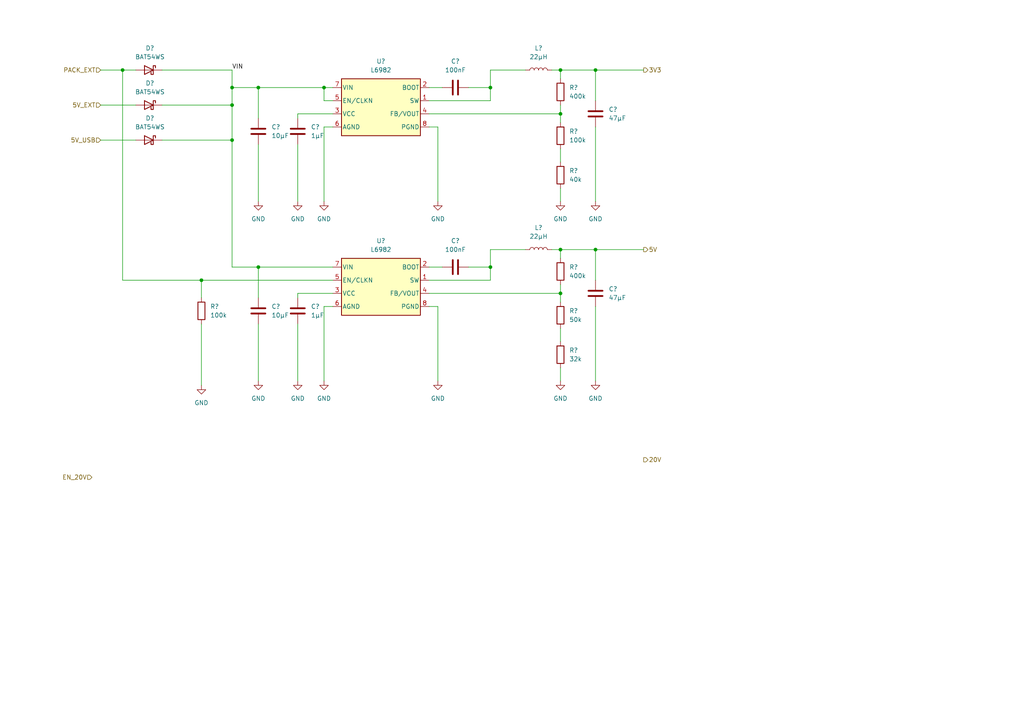
<source format=kicad_sch>
(kicad_sch (version 20211123) (generator eeschema)
  (paper "A4")
  (lib_symbols
    (symbol "Device:C" (pin_numbers hide) (pin_names (offset 0.254))
      (property "Reference" "C" (at 0.635 2.54 0))
      (property "Value" "C" (at 0.635 -2.54 0))
      (symbol "C_0_1"
        (polyline (pts (xy -2.032 -0.762) (xy 2.032 -0.762)) (stroke (width 0.508)))
        (polyline (pts (xy -2.032 0.762) (xy 2.032 0.762)) (stroke (width 0.508)))
      )
      (symbol "C_1_1"
        (pin passive line (at 0 3.81 270) (length 2.794) (name "~") (number "1"))
        (pin passive line (at 0 -3.81 90) (length 2.794) (name "~") (number "2"))
      )
    )
    (symbol "Device:L" (pin_numbers hide) (pin_names (offset 1.016) hide)
      (property "Reference" "L" (at -1.27 0 90))
      (property "Value" "L" (at 1.905 0 90))
      (symbol "L_0_1"
        (arc (start 0 -2.54) (mid 0.635 -1.905) (end 0 -1.27))
        (arc (start 0 -1.27) (mid 0.635 -0.635) (end 0 0))
        (arc (start 0 0) (mid 0.635 0.635) (end 0 1.27))
        (arc (start 0 1.27) (mid 0.635 1.905) (end 0 2.54))
      )
      (symbol "L_1_1"
        (pin passive line (at 0 3.81 270) (length 1.27) (name "1") (number "1"))
        (pin passive line (at 0 -3.81 90) (length 1.27) (name "2") (number "2"))
      )
    )
    (symbol "Device:R" (pin_numbers hide) (pin_names (offset 0))
      (property "Reference" "R" (at 2.032 0 90))
      (property "Value" "R" (at 0 0 90))
      (symbol "R_0_1"
        (rectangle (start -1.016 -2.54) (end 1.016 2.54) (stroke (width 0.254)))
      )
      (symbol "R_1_1"
        (pin passive line (at 0 3.81 270) (length 1.27) (name "~") (number "1"))
        (pin passive line (at 0 -3.81 90) (length 1.27) (name "~") (number "2"))
      )
    )
    (symbol "benediktibk:BAT54WS" (pin_numbers hide) (pin_names (offset 1.016) hide)
      (property "Reference" "D" (at 0 2.54 0))
      (property "Value" "BAT54WS" (at 0 -2.54 0))
      (symbol "BAT54WS_0_1"
        (polyline (pts (xy 1.27 0) (xy -1.27 0)))
        (polyline (pts (xy 1.27 1.27) (xy 1.27 -1.27) (xy -1.27 0) (xy 1.27 1.27)) (stroke (width 0.254)))
        (polyline (pts (xy -1.905 0.635) (xy -1.905 1.27) (xy -1.27 1.27) (xy -1.27 -1.27) (xy -0.635 -1.27) (xy -0.635 -0.635)) (stroke (width 0.254)))
      )
      (symbol "BAT54WS_1_1"
        (pin passive line (at -3.81 0 0) (length 2.54) (name "K") (number "1"))
        (pin passive line (at 3.81 0 180) (length 2.54) (name "A") (number "2"))
      )
    )
    (symbol "benediktibk:L6982" (pin_names (offset 0.254))
      (property "Reference" "U" (at -6.35 5.715 0))
      (property "Value" "L6982" (at 0 5.715 0))
      (symbol "L6982_0_1"
        (rectangle (start -7.62 3.81) (end 15.24 -12.7) (stroke (width 0.254)) (fill (type background)))
      )
      (symbol "L6982_1_1"
        (pin power_out line (at 17.78 -2.54 180) (length 2.54) (name "SW") (number "1"))
        (pin input line (at 17.78 1.27 180) (length 2.54) (name "BOOT") (number "2"))
        (pin power_in line (at -10.16 -6.35 0) (length 2.54) (name "VCC") (number "3"))
        (pin power_out line (at 17.78 -6.35 180) (length 2.54) (name "FB/VOUT") (number "4"))
        (pin input line (at -10.16 -2.54 0) (length 2.54) (name "EN/CLKN") (number "5"))
        (pin power_in line (at -10.16 -10.16 0) (length 2.54) (name "AGND") (number "6"))
        (pin power_in line (at -10.16 1.27 0) (length 2.54) (name "VIN") (number "7"))
        (pin power_out line (at 17.78 -10.16 180) (length 2.54) (name "PGND") (number "8"))
      )
    )
    (symbol "power:GND" (power) (pin_names (offset 0))
      (property "Value" "GND" (at 0 -3.81 0))
      (symbol "GND_0_1"
        (polyline (pts (xy 0 0) (xy 0 -1.27) (xy 1.27 -1.27) (xy 0 -2.54) (xy -1.27 -1.27) (xy 0 -1.27)))
      )
      (symbol "GND_1_1"
        (pin power_in line (at 0 0 270) (length 0) hide (name "GND") (number "1"))
      )
    )
  )
  (junction (at 172.72 20.32))
  (junction (at 172.72 72.39))
  (junction (at 74.93 77.47))
  (junction (at 162.56 33.02))
  (junction (at 142.24 25.4))
  (junction (at 162.56 72.39))
  (junction (at 67.31 40.64))
  (junction (at 162.56 85.09))
  (junction (at 35.56 20.32))
  (junction (at 93.98 25.4))
  (junction (at 67.31 25.4))
  (junction (at 74.93 25.4))
  (junction (at 162.56 20.32))
  (junction (at 142.24 77.47))
  (junction (at 67.31 30.48))
  (junction (at 58.42 81.28))
  (wire (pts (xy 86.36 41.91) (xy 86.36 58.42)))
  (wire (pts (xy 86.36 34.29) (xy 86.36 33.02)))
  (wire (pts (xy 142.24 81.28) (xy 142.24 77.47)))
  (wire (pts (xy 86.36 85.09) (xy 96.52 85.09)))
  (wire (pts (xy 172.72 20.32) (xy 186.69 20.32)))
  (wire (pts (xy 46.99 40.64) (xy 67.31 40.64)))
  (wire (pts (xy 93.98 88.9) (xy 93.98 110.49)))
  (wire (pts (xy 29.21 20.32) (xy 35.56 20.32)))
  (wire (pts (xy 124.46 29.21) (xy 142.24 29.21)))
  (wire (pts (xy 127 58.42) (xy 127 36.83)))
  (wire (pts (xy 127 110.49) (xy 127 88.9)))
  (wire (pts (xy 162.56 95.25) (xy 162.56 99.06)))
  (wire (pts (xy 172.72 88.9) (xy 172.72 110.49)))
  (wire (pts (xy 127 36.83) (xy 124.46 36.83)))
  (wire (pts (xy 96.52 36.83) (xy 93.98 36.83)))
  (wire (pts (xy 86.36 86.36) (xy 86.36 85.09)))
  (wire (pts (xy 142.24 20.32) (xy 142.24 25.4)))
  (wire (pts (xy 58.42 93.98) (xy 58.42 111.76)))
  (wire (pts (xy 172.72 81.28) (xy 172.72 72.39)))
  (wire (pts (xy 35.56 20.32) (xy 39.37 20.32)))
  (wire (pts (xy 96.52 88.9) (xy 93.98 88.9)))
  (wire (pts (xy 93.98 36.83) (xy 93.98 58.42)))
  (wire (pts (xy 35.56 81.28) (xy 58.42 81.28)))
  (wire (pts (xy 160.02 72.39) (xy 162.56 72.39)))
  (wire (pts (xy 162.56 43.18) (xy 162.56 46.99)))
  (wire (pts (xy 74.93 93.98) (xy 74.93 110.49)))
  (wire (pts (xy 172.72 72.39) (xy 186.69 72.39)))
  (wire (pts (xy 93.98 25.4) (xy 74.93 25.4)))
  (wire (pts (xy 160.02 20.32) (xy 162.56 20.32)))
  (wire (pts (xy 86.36 93.98) (xy 86.36 110.49)))
  (wire (pts (xy 74.93 77.47) (xy 74.93 86.36)))
  (wire (pts (xy 74.93 77.47) (xy 96.52 77.47)))
  (wire (pts (xy 162.56 22.86) (xy 162.56 20.32)))
  (wire (pts (xy 124.46 33.02) (xy 162.56 33.02)))
  (wire (pts (xy 67.31 77.47) (xy 74.93 77.47)))
  (wire (pts (xy 152.4 20.32) (xy 142.24 20.32)))
  (wire (pts (xy 162.56 74.93) (xy 162.56 72.39)))
  (wire (pts (xy 152.4 72.39) (xy 142.24 72.39)))
  (wire (pts (xy 172.72 36.83) (xy 172.72 58.42)))
  (wire (pts (xy 58.42 81.28) (xy 58.42 86.36)))
  (wire (pts (xy 124.46 81.28) (xy 142.24 81.28)))
  (wire (pts (xy 58.42 81.28) (xy 96.52 81.28)))
  (wire (pts (xy 162.56 106.68) (xy 162.56 110.49)))
  (wire (pts (xy 162.56 85.09) (xy 162.56 87.63)))
  (wire (pts (xy 124.46 25.4) (xy 128.27 25.4)))
  (wire (pts (xy 142.24 25.4) (xy 135.89 25.4)))
  (wire (pts (xy 162.56 72.39) (xy 172.72 72.39)))
  (wire (pts (xy 67.31 77.47) (xy 67.31 40.64)))
  (wire (pts (xy 124.46 85.09) (xy 162.56 85.09)))
  (wire (pts (xy 142.24 77.47) (xy 135.89 77.47)))
  (wire (pts (xy 162.56 54.61) (xy 162.56 58.42)))
  (wire (pts (xy 142.24 29.21) (xy 142.24 25.4)))
  (wire (pts (xy 67.31 30.48) (xy 46.99 30.48)))
  (wire (pts (xy 162.56 20.32) (xy 172.72 20.32)))
  (wire (pts (xy 46.99 20.32) (xy 67.31 20.32)))
  (wire (pts (xy 67.31 40.64) (xy 67.31 30.48)))
  (wire (pts (xy 162.56 82.55) (xy 162.56 85.09)))
  (wire (pts (xy 74.93 25.4) (xy 74.93 34.29)))
  (wire (pts (xy 67.31 25.4) (xy 67.31 30.48)))
  (wire (pts (xy 35.56 20.32) (xy 35.56 81.28)))
  (wire (pts (xy 29.21 40.64) (xy 39.37 40.64)))
  (wire (pts (xy 127 88.9) (xy 124.46 88.9)))
  (wire (pts (xy 124.46 77.47) (xy 128.27 77.47)))
  (wire (pts (xy 93.98 29.21) (xy 93.98 25.4)))
  (wire (pts (xy 162.56 30.48) (xy 162.56 33.02)))
  (wire (pts (xy 172.72 29.21) (xy 172.72 20.32)))
  (wire (pts (xy 96.52 25.4) (xy 93.98 25.4)))
  (wire (pts (xy 142.24 72.39) (xy 142.24 77.47)))
  (wire (pts (xy 74.93 25.4) (xy 67.31 25.4)))
  (wire (pts (xy 67.31 20.32) (xy 67.31 25.4)))
  (wire (pts (xy 96.52 29.21) (xy 93.98 29.21)))
  (wire (pts (xy 162.56 33.02) (xy 162.56 35.56)))
  (wire (pts (xy 86.36 33.02) (xy 96.52 33.02)))
  (wire (pts (xy 74.93 41.91) (xy 74.93 58.42)))
  (wire (pts (xy 29.21 30.48) (xy 39.37 30.48)))
  (label "VIN" (at 67.31 20.32 0))
  (hierarchical_label "5V_USB" (shape input) (at 29.21 40.64 180))
  (hierarchical_label "PACK_EXT" (shape input) (at 29.21 20.32 180))
  (hierarchical_label "5V_EXT" (shape input) (at 29.21 30.48 180))
  (hierarchical_label "5V" (shape output) (at 186.69 72.39 0))
  (hierarchical_label "3V3" (shape output) (at 186.69 20.32 0))
  (hierarchical_label "20V" (shape output) (at 186.69 133.35 0))
  (hierarchical_label "EN_20V" (shape input) (at 26.67 138.43 180))
  (symbol (lib_id "Device:R") (at 162.56 102.87 0) (unit 1)
    (property "Reference" "R?" (at 165.1 101.5999 0) (effects (justify left)))
    (property "Value" "32k" (at 165.1 104.1399 0) (effects (justify left)))
  )
  (symbol (lib_id "Device:C") (at 132.08 77.47 270) (unit 1)
    (property "Reference" "C?" (at 132.08 69.85 90))
    (property "Value" "100nF" (at 132.08 72.39 90))
  )
  (symbol (lib_id "power:GND") (at 127 110.49 0) (unit 1)
    (property "Reference" "#PWR?" (effects hide))
    (property "Value" "GND" (at 127 115.57 0))
  )
  (symbol (lib_id "Device:R") (at 58.42 90.17 0) (unit 1)
    (property "Reference" "R?" (at 60.96 88.8999 0) (effects (justify left)))
    (property "Value" "100k" (at 60.96 91.4399 0) (effects (justify left)))
  )
  (symbol (lib_id "Device:C") (at 172.72 33.02 0) (unit 1)
    (property "Reference" "C?" (at 176.53 31.7499 0) (effects (justify left)))
    (property "Value" "47µF" (at 176.53 34.2899 0) (effects (justify left)))
  )
  (symbol (lib_id "power:GND") (at 172.72 110.49 0) (unit 1)
    (property "Reference" "#PWR?" (effects hide))
    (property "Value" "GND" (at 172.72 115.57 0))
  )
  (symbol (lib_id "benediktibk:L6982") (at 106.68 26.67 0) (unit 1)
    (property "Reference" "U?" (at 110.49 17.78 0))
    (property "Value" "L6982" (at 110.49 20.32 0))
    (property "Footprint" "Package_SO:SO-8_3.9x4.9mm_P1.27mm" (effects hide))
  )
  (symbol (lib_id "Device:C") (at 74.93 90.17 0) (unit 1)
    (property "Reference" "C?" (at 78.74 88.8999 0) (effects (justify left)))
    (property "Value" "10µF" (at 78.74 91.4399 0) (effects (justify left)))
  )
  (symbol (lib_id "power:GND") (at 86.36 58.42 0) (unit 1)
    (property "Reference" "#PWR?" (effects hide))
    (property "Value" "GND" (at 86.36 63.5 0))
  )
  (symbol (lib_id "Device:C") (at 86.36 90.17 0) (unit 1)
    (property "Reference" "C?" (at 90.17 88.8999 0) (effects (justify left)))
    (property "Value" "1µF" (at 90.17 91.4399 0) (effects (justify left)))
  )
  (symbol (lib_id "benediktibk:BAT54WS") (at 43.18 20.32 0) (mirror y) (unit 1)
    (property "Reference" "D?" (at 43.4975 13.97 0))
    (property "Value" "BAT54WS" (at 43.4975 16.51 0))
    (property "Footprint" "Diode_SMD:D_SOD-323" (effects hide))
  )
  (symbol (lib_id "Device:C") (at 74.93 38.1 0) (unit 1)
    (property "Reference" "C?" (at 78.74 36.8299 0) (effects (justify left)))
    (property "Value" "10µF" (at 78.74 39.3699 0) (effects (justify left)))
  )
  (symbol (lib_id "power:GND") (at 93.98 58.42 0) (unit 1)
    (property "Reference" "#PWR?" (effects hide))
    (property "Value" "GND" (at 93.98 63.5 0))
  )
  (symbol (lib_id "Device:L") (at 156.21 20.32 270) (mirror x) (unit 1)
    (property "Reference" "L?" (at 156.21 13.97 90))
    (property "Value" "22µH" (at 156.21 16.51 90))
  )
  (symbol (lib_id "Device:R") (at 162.56 39.37 0) (unit 1)
    (property "Reference" "R?" (at 165.1 38.0999 0) (effects (justify left)))
    (property "Value" "100k" (at 165.1 40.6399 0) (effects (justify left)))
  )
  (symbol (lib_id "power:GND") (at 162.56 58.42 0) (unit 1)
    (property "Reference" "#PWR?" (effects hide))
    (property "Value" "GND" (at 162.56 63.5 0))
  )
  (symbol (lib_id "power:GND") (at 93.98 110.49 0) (unit 1)
    (property "Reference" "#PWR?" (effects hide))
    (property "Value" "GND" (at 93.98 115.57 0))
  )
  (symbol (lib_id "Device:R") (at 162.56 78.74 0) (unit 1)
    (property "Reference" "R?" (at 165.1 77.4699 0) (effects (justify left)))
    (property "Value" "400k" (at 165.1 80.0099 0) (effects (justify left)))
  )
  (symbol (lib_id "Device:R") (at 162.56 91.44 0) (unit 1)
    (property "Reference" "R?" (at 165.1 90.1699 0) (effects (justify left)))
    (property "Value" "50k" (at 165.1 92.7099 0) (effects (justify left)))
  )
  (symbol (lib_id "Device:C") (at 86.36 38.1 0) (unit 1)
    (property "Reference" "C?" (at 90.17 36.8299 0) (effects (justify left)))
    (property "Value" "1µF" (at 90.17 39.3699 0) (effects (justify left)))
  )
  (symbol (lib_id "power:GND") (at 86.36 110.49 0) (unit 1)
    (property "Reference" "#PWR?" (effects hide))
    (property "Value" "GND" (at 86.36 115.57 0))
  )
  (symbol (lib_id "power:GND") (at 74.93 110.49 0) (unit 1)
    (property "Reference" "#PWR?" (effects hide))
    (property "Value" "GND" (at 74.93 115.57 0))
  )
  (symbol (lib_id "Device:C") (at 172.72 85.09 0) (unit 1)
    (property "Reference" "C?" (at 176.53 83.8199 0) (effects (justify left)))
    (property "Value" "47µF" (at 176.53 86.3599 0) (effects (justify left)))
  )
  (symbol (lib_id "benediktibk:BAT54WS") (at 43.18 40.64 0) (mirror y) (unit 1)
    (property "Reference" "D?" (at 43.4975 34.29 0))
    (property "Value" "BAT54WS" (at 43.4975 36.83 0))
    (property "Footprint" "Diode_SMD:D_SOD-323" (effects hide))
  )
  (symbol (lib_id "Device:L") (at 156.21 72.39 270) (mirror x) (unit 1)
    (property "Reference" "L?" (at 156.21 66.04 90))
    (property "Value" "22µH" (at 156.21 68.58 90))
  )
  (symbol (lib_id "Device:C") (at 132.08 25.4 270) (unit 1)
    (property "Reference" "C?" (at 132.08 17.78 90))
    (property "Value" "100nF" (at 132.08 20.32 90))
  )
  (symbol (lib_id "benediktibk:L6982") (at 106.68 78.74 0) (unit 1)
    (property "Reference" "U?" (at 110.49 69.85 0))
    (property "Value" "L6982" (at 110.49 72.39 0))
    (property "Footprint" "Package_SO:SO-8_3.9x4.9mm_P1.27mm" (effects hide))
  )
  (symbol (lib_id "power:GND") (at 127 58.42 0) (unit 1)
    (property "Reference" "#PWR?" (effects hide))
    (property "Value" "GND" (at 127 63.5 0))
  )
  (symbol (lib_id "power:GND") (at 172.72 58.42 0) (unit 1)
    (property "Reference" "#PWR?" (effects hide))
    (property "Value" "GND" (at 172.72 63.5 0))
  )
  (symbol (lib_id "Device:R") (at 162.56 50.8 0) (unit 1)
    (property "Reference" "R?" (at 165.1 49.5299 0) (effects (justify left)))
    (property "Value" "40k" (at 165.1 52.0699 0) (effects (justify left)))
  )
  (symbol (lib_id "benediktibk:BAT54WS") (at 43.18 30.48 0) (mirror y) (unit 1)
    (property "Reference" "D?" (at 43.4975 24.13 0))
    (property "Value" "BAT54WS" (at 43.4975 26.67 0))
    (property "Footprint" "Diode_SMD:D_SOD-323" (effects hide))
  )
  (symbol (lib_id "power:GND") (at 162.56 110.49 0) (unit 1)
    (property "Reference" "#PWR?" (effects hide))
    (property "Value" "GND" (at 162.56 115.57 0))
  )
  (symbol (lib_id "power:GND") (at 74.93 58.42 0) (unit 1)
    (property "Reference" "#PWR?" (effects hide))
    (property "Value" "GND" (at 74.93 63.5 0))
  )
  (symbol (lib_id "power:GND") (at 58.42 111.76 0) (unit 1)
    (property "Reference" "#PWR?" (effects hide))
    (property "Value" "GND" (at 58.42 116.84 0))
  )
  (symbol (lib_id "Device:R") (at 162.56 26.67 0) (unit 1)
    (property "Reference" "R?" (at 165.1 25.3999 0) (effects (justify left)))
    (property "Value" "400k" (at 165.1 27.9399 0) (effects (justify left)))
  )
)
</source>
